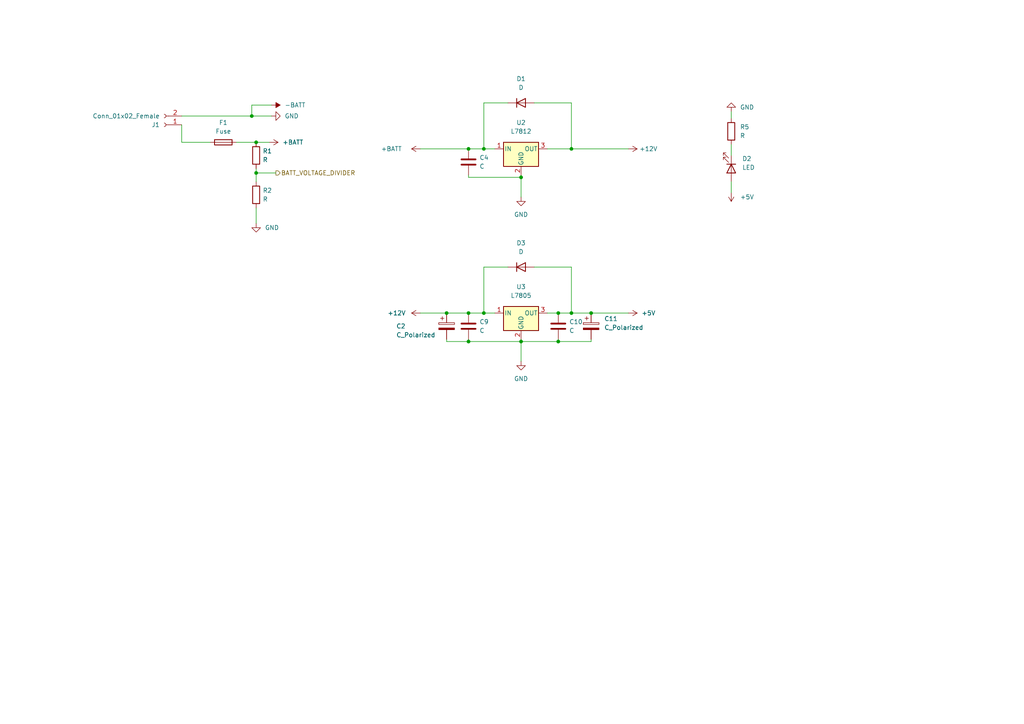
<source format=kicad_sch>
(kicad_sch (version 20211123) (generator eeschema)
  (paper "A4")
  (lib_symbols
    (symbol "Connector:Conn_01x02_Female" (pin_names (offset 1.016) hide)
      (property "Reference" "J" (at 0 2.54 0))
      (property "Value" "Conn_01x02_Female" (at 0 -5.08 0))
      (symbol "Conn_01x02_Female_1_1"
        (arc (start 0 -2.032) (mid -0.508 -2.54) (end 0 -3.048) (stroke (width 0.1524)))
        (polyline (pts (xy -1.27 -2.54) (xy -0.508 -2.54)) (stroke (width 0.1524)))
        (polyline (pts (xy -1.27 0) (xy -0.508 0)) (stroke (width 0.1524)))
        (arc (start 0 0.508) (mid -0.508 0) (end 0 -0.508) (stroke (width 0.1524)))
        (pin passive line (at -5.08 0 0) (length 3.81) (name "Pin_1") (number "1"))
        (pin passive line (at -5.08 -2.54 0) (length 3.81) (name "Pin_2") (number "2"))
      )
    )
    (symbol "Device:C" (pin_numbers hide) (pin_names (offset 0.254))
      (property "Reference" "C" (at 0.635 2.54 0))
      (property "Value" "C" (at 0.635 -2.54 0))
      (symbol "C_0_1"
        (polyline (pts (xy -2.032 -0.762) (xy 2.032 -0.762)) (stroke (width 0.508)))
        (polyline (pts (xy -2.032 0.762) (xy 2.032 0.762)) (stroke (width 0.508)))
      )
      (symbol "C_1_1"
        (pin passive line (at 0 3.81 270) (length 2.794) (name "~") (number "1"))
        (pin passive line (at 0 -3.81 90) (length 2.794) (name "~") (number "2"))
      )
    )
    (symbol "Device:C_Polarized" (pin_numbers hide) (pin_names (offset 0.254))
      (property "Reference" "C" (at 0.635 2.54 0))
      (property "Value" "C_Polarized" (at 0.635 -2.54 0))
      (symbol "C_Polarized_0_1"
        (rectangle (start -2.286 0.508) (end 2.286 1.016))
        (polyline (pts (xy -1.778 2.286) (xy -0.762 2.286)))
        (polyline (pts (xy -1.27 2.794) (xy -1.27 1.778)))
        (rectangle (start 2.286 -0.508) (end -2.286 -1.016) (fill (type outline)))
      )
      (symbol "C_Polarized_1_1"
        (pin passive line (at 0 3.81 270) (length 2.794) (name "~") (number "1"))
        (pin passive line (at 0 -3.81 90) (length 2.794) (name "~") (number "2"))
      )
    )
    (symbol "Device:D" (pin_numbers hide) (pin_names (offset 1.016) hide)
      (property "Reference" "D" (at 0 2.54 0))
      (property "Value" "D" (at 0 -2.54 0))
      (symbol "D_0_1"
        (polyline (pts (xy -1.27 1.27) (xy -1.27 -1.27)) (stroke (width 0.254)))
        (polyline (pts (xy 1.27 0) (xy -1.27 0)))
        (polyline (pts (xy 1.27 1.27) (xy 1.27 -1.27) (xy -1.27 0) (xy 1.27 1.27)) (stroke (width 0.254)))
      )
      (symbol "D_1_1"
        (pin passive line (at -3.81 0 0) (length 2.54) (name "K") (number "1"))
        (pin passive line (at 3.81 0 180) (length 2.54) (name "A") (number "2"))
      )
    )
    (symbol "Device:Fuse" (pin_numbers hide) (pin_names (offset 0))
      (property "Reference" "F" (at 2.032 0 90))
      (property "Value" "Fuse" (at -1.905 0 90))
      (symbol "Fuse_0_1"
        (rectangle (start -0.762 -2.54) (end 0.762 2.54) (stroke (width 0.254)))
        (polyline (pts (xy 0 2.54) (xy 0 -2.54)))
      )
      (symbol "Fuse_1_1"
        (pin passive line (at 0 3.81 270) (length 1.27) (name "~") (number "1"))
        (pin passive line (at 0 -3.81 90) (length 1.27) (name "~") (number "2"))
      )
    )
    (symbol "Device:LED" (pin_numbers hide) (pin_names (offset 1.016) hide)
      (property "Reference" "D" (at 0 2.54 0))
      (property "Value" "LED" (at 0 -2.54 0))
      (symbol "LED_0_1"
        (polyline (pts (xy -1.27 -1.27) (xy -1.27 1.27)) (stroke (width 0.254)))
        (polyline (pts (xy -1.27 0) (xy 1.27 0)))
        (polyline (pts (xy 1.27 -1.27) (xy 1.27 1.27) (xy -1.27 0) (xy 1.27 -1.27)) (stroke (width 0.254)))
        (polyline (pts (xy -3.048 -0.762) (xy -4.572 -2.286) (xy -3.81 -2.286) (xy -4.572 -2.286) (xy -4.572 -1.524)))
        (polyline (pts (xy -1.778 -0.762) (xy -3.302 -2.286) (xy -2.54 -2.286) (xy -3.302 -2.286) (xy -3.302 -1.524)))
      )
      (symbol "LED_1_1"
        (pin passive line (at -3.81 0 0) (length 2.54) (name "K") (number "1"))
        (pin passive line (at 3.81 0 180) (length 2.54) (name "A") (number "2"))
      )
    )
    (symbol "Device:R" (pin_numbers hide) (pin_names (offset 0))
      (property "Reference" "R" (at 2.032 0 90))
      (property "Value" "R" (at 0 0 90))
      (symbol "R_0_1"
        (rectangle (start -1.016 -2.54) (end 1.016 2.54) (stroke (width 0.254)))
      )
      (symbol "R_1_1"
        (pin passive line (at 0 3.81 270) (length 1.27) (name "~") (number "1"))
        (pin passive line (at 0 -3.81 90) (length 1.27) (name "~") (number "2"))
      )
    )
    (symbol "Regulator_Linear:L7805" (pin_names (offset 0.254))
      (property "Reference" "U" (at -3.81 3.175 0))
      (property "Value" "L7805" (at 0 3.175 0))
      (symbol "L7805_0_1"
        (rectangle (start -5.08 1.905) (end 5.08 -5.08) (stroke (width 0.254)) (fill (type background)))
      )
      (symbol "L7805_1_1"
        (pin power_in line (at -7.62 0 0) (length 2.54) (name "IN") (number "1"))
        (pin power_in line (at 0 -7.62 90) (length 2.54) (name "GND") (number "2"))
        (pin power_out line (at 7.62 0 180) (length 2.54) (name "OUT") (number "3"))
      )
    )
    (symbol "Regulator_Linear:L7812" (pin_names (offset 0.254))
      (property "Reference" "U" (at -3.81 3.175 0))
      (property "Value" "L7812" (at 0 3.175 0))
      (symbol "L7812_0_1"
        (rectangle (start -5.08 1.905) (end 5.08 -5.08) (stroke (width 0.254)) (fill (type background)))
      )
      (symbol "L7812_1_1"
        (pin power_in line (at -7.62 0 0) (length 2.54) (name "IN") (number "1"))
        (pin power_in line (at 0 -7.62 90) (length 2.54) (name "GND") (number "2"))
        (pin power_out line (at 7.62 0 180) (length 2.54) (name "OUT") (number "3"))
      )
    )
    (symbol "power:+12V" (power) (pin_names (offset 0))
      (property "Value" "+12V" (at 0 3.556 0))
      (symbol "+12V_0_1"
        (polyline (pts (xy -0.762 1.27) (xy 0 2.54)))
        (polyline (pts (xy 0 0) (xy 0 2.54)))
        (polyline (pts (xy 0 2.54) (xy 0.762 1.27)))
      )
      (symbol "+12V_1_1"
        (pin power_in line (at 0 0 90) (length 0) hide (name "+12V") (number "1"))
      )
    )
    (symbol "power:+5V" (power) (pin_names (offset 0))
      (property "Value" "+5V" (at 0 3.556 0))
      (symbol "+5V_0_1"
        (polyline (pts (xy -0.762 1.27) (xy 0 2.54)))
        (polyline (pts (xy 0 0) (xy 0 2.54)))
        (polyline (pts (xy 0 2.54) (xy 0.762 1.27)))
      )
      (symbol "+5V_1_1"
        (pin power_in line (at 0 0 90) (length 0) hide (name "+5V") (number "1"))
      )
    )
    (symbol "power:+BATT" (power) (pin_names (offset 0))
      (property "Value" "+BATT" (at 0 3.556 0))
      (symbol "+BATT_0_1"
        (polyline (pts (xy -0.762 1.27) (xy 0 2.54)))
        (polyline (pts (xy 0 0) (xy 0 2.54)))
        (polyline (pts (xy 0 2.54) (xy 0.762 1.27)))
      )
      (symbol "+BATT_1_1"
        (pin power_in line (at 0 0 90) (length 0) hide (name "+BATT") (number "1"))
      )
    )
    (symbol "power:-BATT" (power) (pin_names (offset 0))
      (property "Value" "-BATT" (at 0 3.556 0))
      (symbol "-BATT_0_1"
        (polyline (pts (xy 0 0) (xy 0 2.54)))
        (polyline (pts (xy 0.762 1.27) (xy -0.762 1.27) (xy 0 2.54) (xy 0.762 1.27)) (fill (type outline)))
      )
      (symbol "-BATT_1_1"
        (pin power_in line (at 0 0 90) (length 0) hide (name "-BATT") (number "1"))
      )
    )
    (symbol "power:GND" (power) (pin_names (offset 0))
      (property "Value" "GND" (at 0 -3.81 0))
      (symbol "GND_0_1"
        (polyline (pts (xy 0 0) (xy 0 -1.27) (xy 1.27 -1.27) (xy 0 -2.54) (xy -1.27 -1.27) (xy 0 -1.27)))
      )
      (symbol "GND_1_1"
        (pin power_in line (at 0 0 270) (length 0) hide (name "GND") (number "1"))
      )
    )
  )
  (junction (at 140.335 43.18))
  (junction (at 73.025 33.655))
  (junction (at 165.735 90.805))
  (junction (at 140.335 90.805))
  (junction (at 135.89 90.805))
  (junction (at 135.89 43.18))
  (junction (at 165.735 43.18))
  (junction (at 74.295 50.165))
  (junction (at 161.925 99.06))
  (junction (at 151.13 51.435))
  (junction (at 151.13 99.06))
  (junction (at 161.925 90.805))
  (junction (at 135.89 99.06))
  (junction (at 171.45 90.805))
  (junction (at 74.295 41.275))
  (junction (at 129.54 90.805))
  (wire (pts (xy 165.735 43.18) (xy 182.245 43.18)))
  (wire (pts (xy 212.09 52.705) (xy 212.09 55.88)))
  (wire (pts (xy 161.925 90.805) (xy 165.735 90.805)))
  (wire (pts (xy 135.89 43.18) (xy 140.335 43.18)))
  (wire (pts (xy 74.295 50.165) (xy 80.01 50.165)))
  (wire (pts (xy 74.295 60.325) (xy 74.295 64.77)))
  (wire (pts (xy 52.705 33.655) (xy 73.025 33.655)))
  (wire (pts (xy 161.925 99.06) (xy 151.13 99.06)))
  (wire (pts (xy 212.09 32.385) (xy 212.09 34.29)))
  (wire (pts (xy 78.74 30.48) (xy 73.025 30.48)))
  (wire (pts (xy 212.09 41.91) (xy 212.09 45.085)))
  (wire (pts (xy 129.54 99.06) (xy 135.89 99.06)))
  (wire (pts (xy 52.705 41.275) (xy 60.96 41.275)))
  (wire (pts (xy 68.58 41.275) (xy 74.295 41.275)))
  (wire (pts (xy 171.45 90.805) (xy 182.245 90.805)))
  (wire (pts (xy 158.75 43.18) (xy 165.735 43.18)))
  (wire (pts (xy 154.94 77.47) (xy 165.735 77.47)))
  (wire (pts (xy 74.295 50.165) (xy 74.295 52.705)))
  (wire (pts (xy 147.32 29.845) (xy 140.335 29.845)))
  (wire (pts (xy 158.75 90.805) (xy 161.925 90.805)))
  (wire (pts (xy 74.295 41.275) (xy 78.105 41.275)))
  (wire (pts (xy 121.92 90.805) (xy 129.54 90.805)))
  (wire (pts (xy 165.735 29.845) (xy 165.735 43.18)))
  (wire (pts (xy 165.735 77.47) (xy 165.735 90.805)))
  (wire (pts (xy 154.94 29.845) (xy 165.735 29.845)))
  (wire (pts (xy 140.335 90.805) (xy 143.51 90.805)))
  (wire (pts (xy 73.025 33.655) (xy 78.74 33.655)))
  (wire (pts (xy 151.13 99.06) (xy 151.13 104.775)))
  (wire (pts (xy 135.89 90.805) (xy 140.335 90.805)))
  (wire (pts (xy 161.925 99.06) (xy 161.925 98.425)))
  (wire (pts (xy 135.89 51.435) (xy 135.89 50.8)))
  (wire (pts (xy 140.335 43.18) (xy 143.51 43.18)))
  (wire (pts (xy 52.705 36.195) (xy 52.705 41.275)))
  (wire (pts (xy 151.13 51.435) (xy 151.13 57.15)))
  (wire (pts (xy 147.32 77.47) (xy 140.335 77.47)))
  (wire (pts (xy 140.335 29.845) (xy 140.335 43.18)))
  (wire (pts (xy 151.13 50.8) (xy 151.13 51.435)))
  (wire (pts (xy 129.54 90.805) (xy 135.89 90.805)))
  (wire (pts (xy 151.13 98.425) (xy 151.13 99.06)))
  (wire (pts (xy 140.335 77.47) (xy 140.335 90.805)))
  (wire (pts (xy 151.13 99.06) (xy 135.89 99.06)))
  (wire (pts (xy 74.295 48.895) (xy 74.295 50.165)))
  (wire (pts (xy 129.54 99.06) (xy 129.54 98.425)))
  (wire (pts (xy 135.89 99.06) (xy 135.89 98.425)))
  (wire (pts (xy 151.13 51.435) (xy 135.89 51.435)))
  (wire (pts (xy 161.925 99.06) (xy 171.45 99.06)))
  (wire (pts (xy 73.025 30.48) (xy 73.025 33.655)))
  (wire (pts (xy 165.735 90.805) (xy 171.45 90.805)))
  (wire (pts (xy 121.92 43.18) (xy 135.89 43.18)))
  (wire (pts (xy 171.45 99.06) (xy 171.45 98.425)))
  (hierarchical_label "BATT_VOLTAGE_DIVIDER" (shape output) (at 80.01 50.165 0))
  (symbol (lib_id "power:+5V") (at 212.09 55.88 180) (unit 1)
    (property "Reference" "#PWR0110" (effects hide))
    (property "Value" "+5V" (at 214.63 57.1499 0) (effects (justify right)))
  )
  (symbol (lib_id "power:+BATT") (at 78.105 41.275 270) (unit 1)
    (property "Reference" "#PWR0108" (effects hide))
    (property "Value" "+BATT" (at 81.915 41.2749 90) (effects (justify left)))
  )
  (symbol (lib_id "Device:Fuse") (at 64.77 41.275 270) (unit 1)
    (property "Reference" "F1" (at 64.77 35.56 90))
    (property "Value" "Fuse" (at 64.77 38.1 90))
    (property "Footprint" "Fuse:Fuse_1210_3225Metric_Pad1.42x2.65mm_HandSolder" (effects hide))
  )
  (symbol (lib_id "Device:LED") (at 212.09 48.895 270) (unit 1)
    (property "Reference" "D2" (at 215.265 46.0374 90) (effects (justify left)))
    (property "Value" "LED" (at 215.265 48.5774 90) (effects (justify left)))
    (property "Footprint" "LED_THT:LED_D3.0mm" (effects hide))
  )
  (symbol (lib_id "Device:R") (at 74.295 56.515 0) (unit 1)
    (property "Reference" "R2" (at 76.2 55.2449 0) (effects (justify left)))
    (property "Value" "R" (at 76.2 57.7849 0) (effects (justify left)))
    (property "Footprint" "Resistor_THT:R_Axial_DIN0207_L6.3mm_D2.5mm_P10.16mm_Horizontal" (effects hide))
  )
  (symbol (lib_id "Device:R") (at 74.295 45.085 0) (unit 1)
    (property "Reference" "R1" (at 76.2 43.8149 0) (effects (justify left)))
    (property "Value" "R" (at 76.2 46.3549 0) (effects (justify left)))
    (property "Footprint" "Resistor_THT:R_Axial_DIN0207_L6.3mm_D2.5mm_P10.16mm_Horizontal" (effects hide))
  )
  (symbol (lib_id "Device:C_Polarized") (at 129.54 94.615 0) (unit 1)
    (property "Reference" "C2" (at 114.935 94.615 0) (effects (justify left)))
    (property "Value" "C_Polarized" (at 114.935 97.155 0) (effects (justify left)))
    (property "Footprint" "Capacitor_SMD:CP_Elec_6.3x7.7" (effects hide))
  )
  (symbol (lib_id "Device:R") (at 212.09 38.1 0) (unit 1)
    (property "Reference" "R5" (at 214.63 36.8299 0) (effects (justify left)))
    (property "Value" "R" (at 214.63 39.3699 0) (effects (justify left)))
    (property "Footprint" "Resistor_THT:R_Axial_DIN0207_L6.3mm_D2.5mm_P10.16mm_Horizontal" (effects hide))
  )
  (symbol (lib_id "Regulator_Linear:L7805") (at 151.13 90.805 0) (unit 1)
    (property "Reference" "U3" (at 151.13 83.185 0))
    (property "Value" "L7805" (at 151.13 85.725 0))
    (property "Footprint" "Package_TO_SOT_SMD:TO-252-2" (effects hide))
    (property "Datasheet" "http://www.st.com/content/ccc/resource/technical/document/datasheet/41/4f/b3/b0/12/d4/47/88/CD00000444.pdf/files/CD00000444.pdf/jcr:content/translations/en.CD00000444.pdf" (effects hide))
  )
  (symbol (lib_id "power:GND") (at 74.295 64.77 0) (unit 1)
    (property "Reference" "#PWR0107" (effects hide))
    (property "Value" "GND" (at 76.835 66.0399 0) (effects (justify left)))
  )
  (symbol (lib_id "power:GND") (at 78.74 33.655 90) (unit 1)
    (property "Reference" "#PWR0106" (effects hide))
    (property "Value" "GND" (at 82.55 33.6549 90) (effects (justify right)))
  )
  (symbol (lib_id "Device:C") (at 135.89 94.615 0) (unit 1)
    (property "Reference" "C9" (at 139.065 93.3449 0) (effects (justify left)))
    (property "Value" "C" (at 139.065 95.8849 0) (effects (justify left)))
    (property "Footprint" "Capacitor_SMD:C_1210_3225Metric" (effects hide))
  )
  (symbol (lib_id "power:GND") (at 151.13 57.15 0) (unit 1)
    (property "Reference" "#PWR0112" (effects hide))
    (property "Value" "GND" (at 151.13 62.23 0))
  )
  (symbol (lib_id "Regulator_Linear:L7812") (at 151.13 43.18 0) (unit 1)
    (property "Reference" "U2" (at 151.13 35.56 0))
    (property "Value" "L7812" (at 151.13 38.1 0))
    (property "Footprint" "Package_TO_SOT_THT:TO-220-3_Vertical" (effects hide))
    (property "Datasheet" "http://www.st.com/content/ccc/resource/technical/document/datasheet/41/4f/b3/b0/12/d4/47/88/CD00000444.pdf/files/CD00000444.pdf/jcr:content/translations/en.CD00000444.pdf" (effects hide))
  )
  (symbol (lib_id "power:+BATT") (at 121.92 43.18 90) (unit 1)
    (property "Reference" "#PWR0104" (effects hide))
    (property "Value" "+BATT" (at 110.49 43.18 90) (effects (justify right)))
  )
  (symbol (lib_id "power:GND") (at 151.13 104.775 0) (unit 1)
    (property "Reference" "#PWR0116" (effects hide))
    (property "Value" "GND" (at 151.13 109.855 0))
  )
  (symbol (lib_id "Connector:Conn_01x02_Female") (at 47.625 36.195 180) (unit 1)
    (property "Reference" "J1" (at 46.355 36.1951 0) (effects (justify left)))
    (property "Value" "Conn_01x02_Female" (at 46.355 33.6551 0) (effects (justify left)))
    (property "Footprint" "TerminalBlock:TerminalBlock_bornier-2_P5.08mm" (effects hide))
  )
  (symbol (lib_id "power:GND") (at 212.09 32.385 180) (unit 1)
    (property "Reference" "#PWR0109" (effects hide))
    (property "Value" "GND" (at 214.63 31.1149 0) (effects (justify right)))
  )
  (symbol (lib_id "Device:C") (at 135.89 46.99 0) (unit 1)
    (property "Reference" "C4" (at 139.065 45.7199 0) (effects (justify left)))
    (property "Value" "C" (at 139.065 48.2599 0) (effects (justify left)))
    (property "Footprint" "Capacitor_SMD:C_1210_3225Metric" (effects hide))
  )
  (symbol (lib_id "Device:D") (at 151.13 77.47 0) (unit 1)
    (property "Reference" "D3" (at 151.13 70.485 0))
    (property "Value" "D" (at 151.13 73.025 0))
    (property "Footprint" "Diode_SMD:D_1210_3225Metric" (effects hide))
  )
  (symbol (lib_id "Device:D") (at 151.13 29.845 0) (unit 1)
    (property "Reference" "D1" (at 151.13 22.86 0))
    (property "Value" "D" (at 151.13 25.4 0))
    (property "Footprint" "Diode_SMD:D_1210_3225Metric" (effects hide))
  )
  (symbol (lib_id "Device:C") (at 161.925 94.615 0) (unit 1)
    (property "Reference" "C10" (at 165.1 93.3449 0) (effects (justify left)))
    (property "Value" "C" (at 165.1 95.8849 0) (effects (justify left)))
    (property "Footprint" "Capacitor_SMD:C_1210_3225Metric" (effects hide))
  )
  (symbol (lib_id "power:+5V") (at 182.245 90.805 270) (unit 1)
    (property "Reference" "#PWR0117" (effects hide))
    (property "Value" "+5V" (at 186.055 90.8049 90) (effects (justify left)))
  )
  (symbol (lib_id "power:+12V") (at 182.245 43.18 270) (unit 1)
    (property "Reference" "#PWR0111" (effects hide))
    (property "Value" "+12V" (at 185.42 43.1799 90) (effects (justify left)))
  )
  (symbol (lib_id "power:-BATT") (at 78.74 30.48 270) (unit 1)
    (property "Reference" "#PWR0105" (effects hide))
    (property "Value" "-BATT" (at 82.55 30.4799 90) (effects (justify left)))
  )
  (symbol (lib_id "Device:C_Polarized") (at 171.45 94.615 0) (unit 1)
    (property "Reference" "C11" (at 175.26 92.4559 0) (effects (justify left)))
    (property "Value" "C_Polarized" (at 175.26 94.9959 0) (effects (justify left)))
    (property "Footprint" "Capacitor_SMD:CP_Elec_6.3x7.7" (effects hide))
  )
  (symbol (lib_id "power:+12V") (at 121.92 90.805 90) (unit 1)
    (property "Reference" "#PWR0118" (effects hide))
    (property "Value" "+12V" (at 112.395 90.805 90) (effects (justify right)))
  )
)
</source>
